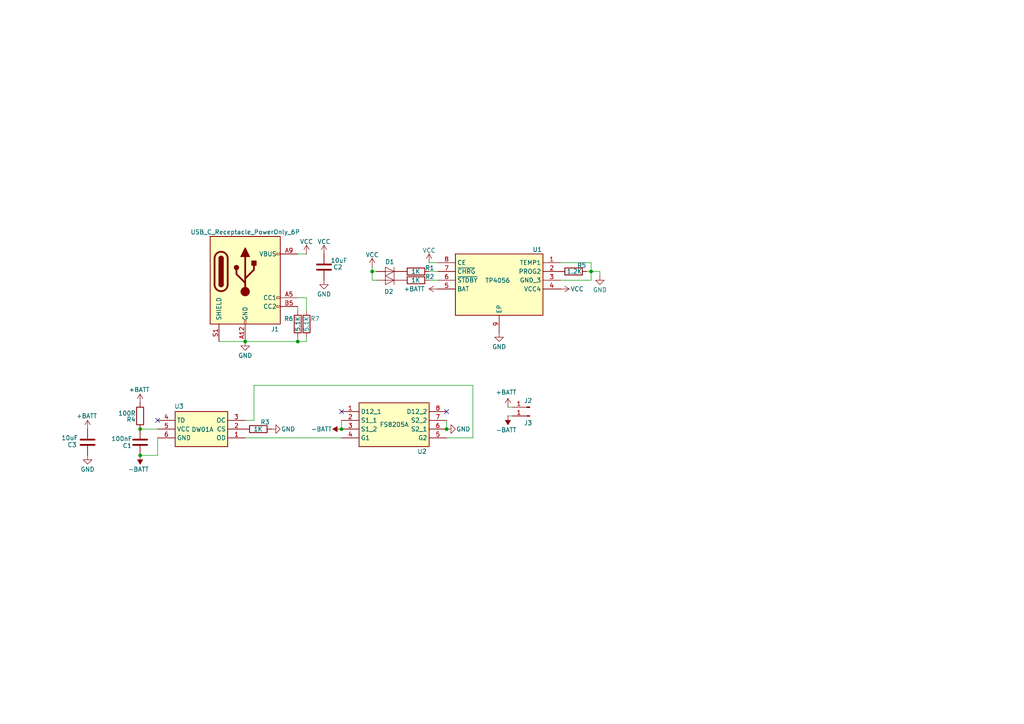
<source format=kicad_sch>
(kicad_sch (version 20231120) (generator "eeschema") (generator_version "8.0")
  (paper "A4")
  (lib_symbols
    (symbol "Connector:Conn_01x01_Pin" (pin_names (offset 1.016) hide)
      (property "Reference" "J" (at 0 2.54 0))
      (property "Value" "Conn_01x01_Pin" (at 0 -2.54 0))
      (symbol "Conn_01x01_Pin_1_1"
        (polyline (pts (xy 1.27 0) (xy 0.8636 0)) (stroke (width 0.1524)))
        (rectangle (start 0.8636 0.127) (end 0 -0.127) (stroke (width 0.1524)) (fill (type outline)))
        (pin passive line (at 5.08 0 180) (length 3.81) (name "Pin_1") (number "1"))
      )
    )
    (symbol "Connector:USB_C_Receptacle_PowerOnly_6P" (pin_names (offset 1.016))
      (property "Reference" "J" (at 0 16.51 0))
      (property "Value" "USB_C_Receptacle_PowerOnly_6P" (at 0 13.97 0))
      (symbol "USB_C_Receptacle_PowerOnly_6P_0_0"
        (rectangle (start -0.254 -12.7) (end 0.254 -11.684))
        (rectangle (start 10.16 -7.366) (end 9.144 -7.874))
        (rectangle (start 10.16 -4.826) (end 9.144 -5.334))
        (rectangle (start 10.16 7.874) (end 9.144 7.366))
      )
      (symbol "USB_C_Receptacle_PowerOnly_6P_0_1"
        (rectangle (start -10.16 12.7) (end 10.16 -12.7) (stroke (width 0.254)) (fill (type background)))
        (arc (start -8.89 -1.27) (mid -6.985 -3.1667) (end -5.08 -1.27) (stroke (width 0.508)))
        (arc (start -7.62 -1.27) (mid -6.985 -1.9023) (end -6.35 -1.27) (stroke (width 0.254)))
        (arc (start -7.62 -1.27) (mid -6.985 -1.9023) (end -6.35 -1.27) (stroke (width 0.254)) (fill (type outline)))
        (rectangle (start -7.62 -1.27) (end -6.35 6.35) (stroke (width 0.254)) (fill (type outline)))
        (arc (start -6.35 6.35) (mid -6.985 6.9823) (end -7.62 6.35) (stroke (width 0.254)))
        (arc (start -6.35 6.35) (mid -6.985 6.9823) (end -7.62 6.35) (stroke (width 0.254)) (fill (type outline)))
        (arc (start -5.08 6.35) (mid -6.985 8.2467) (end -8.89 6.35) (stroke (width 0.508)))
        (circle (center -2.54 3.683) (radius 0.635) (stroke (width 0.254)) (fill (type outline)))
        (circle (center 0 -3.302) (radius 1.27) (fill (type outline)))
        (polyline (pts (xy -8.89 -1.27) (xy -8.89 6.35)) (stroke (width 0.508)))
        (polyline (pts (xy -5.08 6.35) (xy -5.08 -1.27)) (stroke (width 0.508)))
        (polyline (pts (xy 0 -3.302) (xy 0 6.858)) (stroke (width 0.508)))
        (polyline (pts (xy 0 -0.762) (xy -2.54 1.778) (xy -2.54 3.048)) (stroke (width 0.508)))
        (polyline (pts (xy 0 0.508) (xy 2.54 3.048) (xy 2.54 4.318)) (stroke (width 0.508)))
        (polyline (pts (xy -1.27 6.858) (xy 0 9.398) (xy 1.27 6.858) (xy -1.27 6.858)) (stroke (width 0.254)) (fill (type outline)))
        (rectangle (start 1.905 4.318) (end 3.175 5.588) (stroke (width 0.254)) (fill (type outline)))
      )
      (symbol "USB_C_Receptacle_PowerOnly_6P_1_1"
        (pin passive line (at 0 -17.78 90) (length 5.08) (name "GND") (number "A12"))
        (pin bidirectional line (at 15.24 -5.08 180) (length 5.08) (name "CC1") (number "A5"))
        (pin passive line (at 15.24 7.62 180) (length 5.08) (name "VBUS") (number "A9"))
        (pin passive line (at 0 -17.78 90) (length 5.08) hide (name "GND") (number "B12"))
        (pin bidirectional line (at 15.24 -7.62 180) (length 5.08) (name "CC2") (number "B5"))
        (pin passive line (at 15.24 7.62 180) (length 5.08) hide (name "VBUS") (number "B9"))
        (pin passive line (at -7.62 -17.78 90) (length 5.08) (name "SHIELD") (number "S1"))
      )
    )
    (symbol "DW01A:DW01A-G"
      (property "Value" "DW01A-G" (at 0 0 0))
      (property "Reference_1" "IC" (at 21.59 7.62 0))
      (property "Value_1" "DW01A-G" (at 21.59 5.08 0))
      (symbol "DW01A-G_1_1"
        (rectangle (start 5.08 2.54) (end 20.32 -7.62) (stroke (width 0.254)) (fill (type background)))
        (pin passive line (at 0 0 0) (length 5.08) (name "OD") (number "1"))
        (pin passive line (at 0 -2.54 0) (length 5.08) (name "CS") (number "2"))
        (pin passive line (at 0 -5.08 0) (length 5.08) (name "OC") (number "3"))
        (pin passive line (at 25.4 -5.08 180) (length 5.08) (name "TD") (number "4"))
        (pin passive line (at 25.4 -2.54 180) (length 5.08) (name "VCC") (number "5"))
        (pin passive line (at 25.4 0 180) (length 5.08) (name "GND") (number "6"))
      )
    )
    (symbol "Device:C" (pin_numbers hide) (pin_names (offset 0.254))
      (property "Reference" "C" (at 0.635 2.54 0))
      (property "Value" "C" (at 0.635 -2.54 0))
      (symbol "C_0_1"
        (polyline (pts (xy -2.032 -0.762) (xy 2.032 -0.762)) (stroke (width 0.508)))
        (polyline (pts (xy -2.032 0.762) (xy 2.032 0.762)) (stroke (width 0.508)))
      )
      (symbol "C_1_1"
        (pin passive line (at 0 3.81 270) (length 2.794) (name "~") (number "1"))
        (pin passive line (at 0 -3.81 90) (length 2.794) (name "~") (number "2"))
      )
    )
    (symbol "Device:R" (pin_numbers hide) (pin_names (offset 0))
      (property "Reference" "R" (at 2.032 0 90))
      (property "Value" "R" (at 0 0 90))
      (symbol "R_0_1"
        (rectangle (start -1.016 -2.54) (end 1.016 2.54) (stroke (width 0.254)))
      )
      (symbol "R_1_1"
        (pin passive line (at 0 3.81 270) (length 1.27) (name "~") (number "1"))
        (pin passive line (at 0 -3.81 90) (length 1.27) (name "~") (number "2"))
      )
    )
    (symbol "FS8205A:FS8205A"
      (property "Value" "FS8205A" (at 0 0 0))
      (property "Reference_1" "Q" (at 26.67 7.62 0))
      (property "Value_1" "FS8205A" (at 26.67 5.08 0))
      (symbol "FS8205A_1_1"
        (rectangle (start 5.08 2.54) (end 25.4 -10.16) (stroke (width 0.254)) (fill (type background)))
        (pin passive line (at 0 0 0) (length 5.08) (name "D12_1") (number "1"))
        (pin passive line (at 0 -2.54 0) (length 5.08) (name "S1_1") (number "2"))
        (pin passive line (at 0 -5.08 0) (length 5.08) (name "S1_2") (number "3"))
        (pin passive line (at 0 -7.62 0) (length 5.08) (name "G1") (number "4"))
        (pin passive line (at 30.48 -7.62 180) (length 5.08) (name "G2") (number "5"))
        (pin passive line (at 30.48 -5.08 180) (length 5.08) (name "S2_1") (number "6"))
        (pin passive line (at 30.48 -2.54 180) (length 5.08) (name "S2_2") (number "7"))
        (pin passive line (at 30.48 0 180) (length 5.08) (name "D12_2") (number "8"))
      )
    )
    (symbol "Sensor_Optical:SFH2701" (pin_numbers hide) (pin_names (offset 1.016) hide)
      (property "Value" "SFH2701" (at -0.9271 5.842 0))
      (symbol "SFH2701_0_1"
        (polyline (pts (xy -2.54 2.54) (xy -2.54 0)) (stroke (width 0.1524)))
        (polyline (pts (xy 0 1.27) (xy -2.54 1.27)))
        (polyline (pts (xy 0 2.54) (xy 0 0)))
        (polyline (pts (xy 0 2.54) (xy -2.54 1.27) (xy 0 0)))
      )
      (symbol "SFH2701_1_1"
        (pin power_out line (at -5.08 1.27 0) (length 2.54) (name "K") (number "1"))
        (pin power_in line (at 2.54 1.27 180) (length 2.54) (name "A") (number "2"))
      )
    )
    (symbol "TP4056:TP4056"
      (property "Value" "TP4056" (at 0 0 0))
      (property "Reference_1" "J" (at 31.75 7.62 0))
      (property "Value_1" "TP4056" (at 31.75 5.08 0))
      (symbol "TP4056_1_1"
        (rectangle (start 5.08 2.54) (end 30.48 -15.24) (stroke (width 0.254)) (fill (type background)))
        (pin passive line (at 0 0 0) (length 5.08) (name "TEMP1") (number "1"))
        (pin passive line (at 0 -2.54 0) (length 5.08) (name "PROG2") (number "2"))
        (pin passive line (at 0 -5.08 0) (length 5.08) (name "GND_3") (number "3"))
        (pin passive line (at 0 -7.62 0) (length 5.08) (name "VCC4") (number "4"))
        (pin passive line (at 35.56 -7.62 180) (length 5.08) (name "BAT") (number "5"))
        (pin passive line (at 35.56 -5.08 180) (length 5.08) (name "~{STDBY}") (number "6"))
        (pin passive line (at 35.56 -2.54 180) (length 5.08) (name "~{CHRG}") (number "7"))
        (pin passive line (at 35.56 0 180) (length 5.08) (name "CE") (number "8"))
        (pin passive line (at 17.78 -20.32 90) (length 5.08) (name "EP") (number "9"))
      )
    )
    (symbol "VCC_1" (power) (pin_numbers hide) (pin_names (offset 0) hide)
      (property "Value" "VCC" (at 0 3.556 0))
      (symbol "VCC_1_0_1"
        (polyline (pts (xy -0.762 1.27) (xy 0 2.54)))
        (polyline (pts (xy 0 0) (xy 0 2.54)))
        (polyline (pts (xy 0 2.54) (xy 0.762 1.27)))
      )
      (symbol "VCC_1_1_1"
        (pin power_in line (at 0 0 90) (length 0) (name "~") (number "1"))
      )
    )
    (symbol "power:+BATT" (power) (pin_numbers hide) (pin_names (offset 0) hide)
      (property "Value" "+BATT" (at 0 3.556 0))
      (symbol "+BATT_0_1"
        (polyline (pts (xy -0.762 1.27) (xy 0 2.54)))
        (polyline (pts (xy 0 0) (xy 0 2.54)))
        (polyline (pts (xy 0 2.54) (xy 0.762 1.27)))
      )
      (symbol "+BATT_1_1"
        (pin power_in line (at 0 0 90) (length 0) (name "~") (number "1"))
      )
    )
    (symbol "power:-BATT" (power) (pin_numbers hide) (pin_names (offset 0) hide)
      (property "Value" "-BATT" (at 0 3.556 0))
      (symbol "-BATT_0_1"
        (polyline (pts (xy 0 0) (xy 0 2.54)))
        (polyline (pts (xy 0.762 1.27) (xy -0.762 1.27) (xy 0 2.54) (xy 0.762 1.27)) (fill (type outline)))
      )
      (symbol "-BATT_1_1"
        (pin power_in line (at 0 0 90) (length 0) (name "~") (number "1"))
      )
    )
    (symbol "power:GND" (power) (pin_numbers hide) (pin_names (offset 0) hide)
      (property "Value" "GND" (at 0 -3.81 0))
      (symbol "GND_0_1"
        (polyline (pts (xy 0 0) (xy 0 -1.27) (xy 1.27 -1.27) (xy 0 -2.54) (xy -1.27 -1.27) (xy 0 -1.27)))
      )
      (symbol "GND_1_1"
        (pin power_in line (at 0 0 270) (length 0) (name "~") (number "1"))
      )
    )
  )
  (junction (at 99.06 124.46))
  (junction (at 86.36 99.06))
  (junction (at 40.64 132.08))
  (junction (at 171.45 78.74))
  (junction (at 40.64 124.46))
  (junction (at 107.95 78.74))
  (junction (at 129.54 124.46))
  (junction (at 71.12 99.06))
  (no_connect (at 99.06 119.38))
  (no_connect (at 129.54 119.38))
  (no_connect (at 45.72 121.92))
  (wire (pts (xy 45.72 132.08) (xy 40.64 132.08)))
  (wire (pts (xy 137.16 127) (xy 129.54 127)))
  (wire (pts (xy 171.45 76.2) (xy 171.45 78.74)))
  (wire (pts (xy 73.66 111.76) (xy 137.16 111.76)))
  (wire (pts (xy 107.95 78.74) (xy 109.22 78.74)))
  (wire (pts (xy 88.9 99.06) (xy 86.36 99.06)))
  (wire (pts (xy 162.56 81.28) (xy 171.45 81.28)))
  (wire (pts (xy 86.36 73.66) (xy 88.9 73.66)))
  (wire (pts (xy 88.9 97.79) (xy 88.9 99.06)))
  (wire (pts (xy 107.95 78.74) (xy 107.95 81.28)))
  (wire (pts (xy 147.32 120.65) (xy 148.59 120.65)))
  (wire (pts (xy 107.95 77.47) (xy 107.95 78.74)))
  (wire (pts (xy 45.72 127) (xy 45.72 132.08)))
  (wire (pts (xy 147.32 118.11) (xy 148.59 118.11)))
  (wire (pts (xy 88.9 86.36) (xy 86.36 86.36)))
  (wire (pts (xy 124.46 76.2) (xy 127 76.2)))
  (wire (pts (xy 71.12 99.06) (xy 86.36 99.06)))
  (wire (pts (xy 88.9 90.17) (xy 88.9 86.36)))
  (wire (pts (xy 86.36 97.79) (xy 86.36 99.06)))
  (wire (pts (xy 124.46 81.28) (xy 127 81.28)))
  (wire (pts (xy 107.95 81.28) (xy 109.22 81.28)))
  (wire (pts (xy 173.99 78.74) (xy 171.45 78.74)))
  (wire (pts (xy 71.12 127) (xy 99.06 127)))
  (wire (pts (xy 171.45 78.74) (xy 170.18 78.74)))
  (wire (pts (xy 173.99 78.74) (xy 173.99 80.01)))
  (wire (pts (xy 73.66 121.92) (xy 73.66 111.76)))
  (wire (pts (xy 171.45 78.74) (xy 171.45 81.28)))
  (wire (pts (xy 45.72 124.46) (xy 40.64 124.46)))
  (wire (pts (xy 162.56 76.2) (xy 171.45 76.2)))
  (wire (pts (xy 86.36 90.17) (xy 86.36 88.9)))
  (wire (pts (xy 129.54 124.46) (xy 129.54 121.92)))
  (wire (pts (xy 137.16 111.76) (xy 137.16 127)))
  (wire (pts (xy 99.06 121.92) (xy 99.06 124.46)))
  (wire (pts (xy 124.46 78.74) (xy 127 78.74)))
  (wire (pts (xy 71.12 121.92) (xy 73.66 121.92)))
  (wire (pts (xy 63.5 99.06) (xy 71.12 99.06)))
  (symbol (lib_id "power:GND") (at 129.54 124.46 90) (unit 1)
    (property "Reference" "#PWR018" (effects (hide yes)))
    (property "Value" "GND" (at 134.366 124.46 90))
    (property "Description" "Power symbol creates a global label with name \"GND\" , ground" (effects (hide yes)))
  )
  (symbol (lib_id "Connector:Conn_01x01_Pin") (at 153.67 118.11 180) (unit 1)
    (property "Reference" "J2" (at 153.162 116.205 0))
    (property "Value" "Bat+" (effects (hide yes)))
  )
  (symbol (lib_id "Sensor_Optical:SFH2701") (at 111.76 77.47 180) (unit 1)
    (property "Reference" "D1" (at 113.03 75.946 0))
    (property "Value" "LED" (effects (hide yes)))
    (property "Footprint" "LED_SMD:LED_1206_3216Metric_Castellated" (effects (hide yes)))
    (property "Datasheet" "http://www.osram-os.com/Graphics/XPic6/00201111_0.pdf/SFH%202701.pdf" (effects (hide yes)))
  )
  (symbol (lib_id "Device:R") (at 74.93 124.46 90) (mirror x) (unit 1)
    (property "Reference" "R3" (at 78.232 122.428 90) (effects (justify left)))
    (property "Value" "1K" (at 76.2 124.46 90) (effects (justify left)))
  )
  (symbol (lib_id "Device:R") (at 120.65 81.28 90) (unit 1)
    (property "Reference" "R2" (at 125.984 80.264 90) (effects (justify left)))
    (property "Value" "1K" (at 121.92 81.28 90) (effects (justify left)))
  )
  (symbol (lib_id "power:+BATT") (at 147.32 118.11 0) (unit 1)
    (property "Reference" "#PWR015" (effects (hide yes)))
    (property "Value" "+BATT" (at 146.812 113.792 0))
    (property "Description" "Power symbol creates a global label with name \"+BATT\"" (effects (hide yes)))
  )
  (symbol (lib_name "VCC_1") (lib_id "power:VCC") (at 107.95 77.47 0) (unit 1)
    (property "Reference" "#PWR06" (effects (hide yes)))
    (property "Value" "VCC" (at 107.95 73.914 0))
    (property "Description" "Power symbol creates a global label with name \"VCC\"" (effects (hide yes)))
  )
  (symbol (lib_id "FS8205A:FS8205A") (at 99.06 119.38 0) (unit 1)
    (property "Reference" "U2" (at 122.428 130.937 0))
    (property "Value" "FS8205A" (at 114.3508 123.1392 0))
    (property "Reference_1" "Q" (effects (hide yes)))
    (property "Value_1" "FS8205A" (effects (hide yes)))
    (property "Footprint_1" "SOP65P640X120-8N" (effects (hide yes)))
    (property "Datasheet_1" "http://www.ic-fortune.com/upload/Download/FS8205A-DS-12_EN.pdf" (effects (hide yes)))
    (property "Height" "1.2" (effects (hide yes)))
    (property "Manufacturer_Name" "Fortune Semiconductor Corporation" (effects (hide yes)))
    (property "Manufacturer_Part_Number" "FS8205A" (effects (hide yes)))
  )
  (symbol (lib_id "power:GND") (at 71.12 99.06 0) (unit 1)
    (property "Reference" "#PWR02" (effects (hide yes)))
    (property "Value" "GND" (at 71.12 103.124 0))
    (property "Description" "Power symbol creates a global label with name \"GND\" , ground" (effects (hide yes)))
  )
  (symbol (lib_id "Sensor_Optical:SFH2701") (at 111.76 80.01 180) (unit 1)
    (property "Reference" "D2" (at 112.776 84.582 0))
    (property "Value" "LED" (effects (hide yes)))
    (property "Footprint" "LED_SMD:LED_1206_3216Metric_Castellated" (effects (hide yes)))
    (property "Datasheet" "http://www.osram-os.com/Graphics/XPic6/00201111_0.pdf/SFH%202701.pdf" (effects (hide yes)))
  )
  (symbol (lib_name "VCC_1") (lib_id "power:VCC") (at 162.56 83.82 270) (unit 1)
    (property "Reference" "#PWR07" (effects (hide yes)))
    (property "Value" "VCC" (at 167.386 83.82 90))
    (property "Description" "Power symbol creates a global label with name \"VCC\"" (effects (hide yes)))
  )
  (symbol (lib_id "Device:R") (at 40.64 120.65 0) (mirror y) (unit 1)
    (property "Reference" "R4" (at 39.37 121.666 0) (effects (justify left)))
    (property "Value" "100R" (at 39.37 119.888 0) (effects (justify left)))
  )
  (symbol (lib_id "power:GND") (at 173.99 80.01 0) (unit 1)
    (property "Reference" "#PWR08" (effects (hide yes)))
    (property "Value" "GND" (at 173.99 84.074 0))
    (property "Description" "Power symbol creates a global label with name \"GND\" , ground" (effects (hide yes)))
  )
  (symbol (lib_id "power:GND") (at 25.4 132.08 0) (mirror y) (unit 1)
    (property "Reference" "#PWR03" (effects (hide yes)))
    (property "Value" "GND" (at 25.4 136.144 0))
    (property "Description" "Power symbol creates a global label with name \"GND\" , ground" (effects (hide yes)))
  )
  (symbol (lib_id "Device:R") (at 86.36 93.98 180) (unit 1)
    (property "Reference" "R6" (at 85.09 92.456 0) (effects (justify left)))
    (property "Value" "5.1K" (at 86.36 91.694 90) (effects (justify left)))
  )
  (symbol (lib_id "power:+BATT") (at 25.4 124.46 0) (mirror y) (unit 1)
    (property "Reference" "#PWR014" (effects (hide yes)))
    (property "Value" "+BATT" (at 25.146 120.65 0))
    (property "Description" "Power symbol creates a global label with name \"+BATT\"" (effects (hide yes)))
  )
  (symbol (lib_id "Connector:USB_C_Receptacle_PowerOnly_6P") (at 71.12 81.28 0) (unit 1)
    (property "Reference" "J1" (at 79.756 95.504 0))
    (property "Value" "USB_C_Receptacle_PowerOnly_6P" (at 71.12 67.31 0))
    (property "Footprint" "Connector_USB:USB_C_Receptacle_GCT_USB4135-GF-A_6P_TopMnt_Horizontal" (effects (hide yes)))
    (property "Datasheet" "https://www.usb.org/sites/default/files/documents/usb_type-c.zip" (effects (hide yes)))
  )
  (symbol (lib_id "power:-BATT") (at 99.06 124.46 90) (unit 1)
    (property "Reference" "#PWR010" (effects (hide yes)))
    (property "Value" "-BATT" (at 93.218 124.46 90))
    (property "Description" "Power symbol creates a global label with name \"-BATT\"" (effects (hide yes)))
  )
  (symbol (lib_name "VCC_1") (lib_id "power:VCC") (at 88.9 73.66 0) (unit 1)
    (property "Reference" "#PWR09" (effects (hide yes)))
    (property "Value" "VCC" (at 88.9 70.104 0))
    (property "Description" "Power symbol creates a global label with name \"VCC\"" (effects (hide yes)))
  )
  (symbol (lib_id "TP4056:TP4056") (at 162.56 76.2 0) (mirror y) (unit 1)
    (property "Reference" "U1" (at 155.829 72.39 0))
    (property "Value" "TP4056" (at 144.3482 81.3562 0))
    (property "Reference_1" "J" (effects (hide yes)))
    (property "Value_1" "TP4056" (effects (hide yes)))
    (property "Footprint_1" "SOIC127P600X175-9N" (effects (hide yes)))
    (property "Datasheet_1" "https://dlnmh9ip6v2uc.cloudfront.net/datasheets/Prototyping/TP4056.pdf" (effects (hide yes)))
    (property "Height" "1.75" (effects (hide yes)))
    (property "Manufacturer_Name" "NanJing Top Power" (effects (hide yes)))
    (property "Manufacturer_Part_Number" "TP4056" (effects (hide yes)))
  )
  (symbol (lib_name "VCC_1") (lib_id "power:VCC") (at 124.46 76.2 0) (unit 1)
    (property "Reference" "#PWR04" (effects (hide yes)))
    (property "Value" "VCC" (at 124.46 72.644 0))
    (property "Description" "Power symbol creates a global label with name \"VCC\"" (effects (hide yes)))
  )
  (symbol (lib_id "Device:C") (at 25.4 128.27 0) (unit 1)
    (property "Reference" "C3" (at 19.558 129.032 0) (effects (justify left)))
    (property "Value" "10uF" (at 17.78 127 0) (effects (justify left)))
  )
  (symbol (lib_id "power:GND") (at 144.78 96.52 0) (unit 1)
    (property "Reference" "#PWR05" (effects (hide yes)))
    (property "Value" "GND" (at 144.78 100.584 0))
    (property "Description" "Power symbol creates a global label with name \"GND\" , ground" (effects (hide yes)))
  )
  (symbol (lib_id "power:GND") (at 78.74 124.46 90) (unit 1)
    (property "Reference" "#PWR019" (effects (hide yes)))
    (property "Value" "GND" (at 83.566 124.46 90))
    (property "Description" "Power symbol creates a global label with name \"GND\" , ground" (effects (hide yes)))
  )
  (symbol (lib_id "Connector:Conn_01x01_Pin") (at 153.67 120.65 180) (unit 1)
    (property "Reference" "J3" (at 153.162 122.682 0))
    (property "Value" "Bat-" (effects (hide yes)))
  )
  (symbol (lib_id "DW01A:DW01A-G") (at 71.12 127 180) (unit 1)
    (property "Reference" "U3" (at 51.943 117.856 0))
    (property "Value" "DW01A" (at 58.7502 124.587 0))
    (property "Reference_1" "IC" (effects (hide yes)))
    (property "Value_1" "DW01A-G" (effects (hide yes)))
    (property "Footprint_1" "SOT95P280X135-6N" (effects (hide yes)))
    (property "Datasheet_1" "http://acoptex.com/uploads/DW01A.pdf" (effects (hide yes)))
    (property "Height" "1.35" (effects (hide yes)))
    (property "Manufacturer_Name" "Fortune Semiconductor Corporation" (effects (hide yes)))
    (property "Manufacturer_Part_Number" "DW01A-G" (effects (hide yes)))
  )
  (symbol (lib_id "power:-BATT") (at 147.32 120.65 180) (unit 1)
    (property "Reference" "#PWR016" (effects (hide yes)))
    (property "Value" "-BATT" (at 146.812 124.714 0))
    (property "Description" "Power symbol creates a global label with name \"-BATT\"" (effects (hide yes)))
  )
  (symbol (lib_name "VCC_1") (lib_id "power:VCC") (at 93.98 73.66 0) (unit 1)
    (property "Reference" "#PWR013" (effects (hide yes)))
    (property "Value" "VCC" (at 93.98 70.104 0))
    (property "Description" "Power symbol creates a global label with name \"VCC\"" (effects (hide yes)))
  )
  (symbol (lib_id "power:-BATT") (at 40.64 132.08 180) (unit 1)
    (property "Reference" "#PWR01" (effects (hide yes)))
    (property "Value" "-BATT" (at 40.132 136.144 0))
    (property "Description" "Power symbol creates a global label with name \"-BATT\"" (effects (hide yes)))
  )
  (symbol (lib_id "Device:C") (at 40.64 128.27 0) (mirror x) (unit 1)
    (property "Reference" "C1" (at 35.56 129.286 0) (effects (justify left)))
    (property "Value" "100nF" (at 32.258 127.254 0) (effects (justify left)))
  )
  (symbol (lib_id "Device:C") (at 93.98 77.47 0) (mirror x) (unit 1)
    (property "Reference" "C2" (at 96.647 77.47 0) (effects (justify left)))
    (property "Value" "10uF" (at 95.885 75.565 0) (effects (justify left)))
  )
  (symbol (lib_id "power:GND") (at 93.98 81.28 0) (unit 1)
    (property "Reference" "#PWR012" (effects (hide yes)))
    (property "Value" "GND" (at 93.98 85.344 0))
    (property "Description" "Power symbol creates a global label with name \"GND\" , ground" (effects (hide yes)))
  )
  (symbol (lib_id "power:+BATT") (at 127 83.82 90) (unit 1)
    (property "Reference" "#PWR017" (effects (hide yes)))
    (property "Value" "+BATT" (at 123.19 83.8199 90) (effects (justify left)))
    (property "Description" "Power symbol creates a global label with name \"+BATT\"" (effects (hide yes)))
  )
  (symbol (lib_id "power:+BATT") (at 40.64 116.84 0) (unit 1)
    (property "Reference" "#PWR011" (effects (hide yes)))
    (property "Value" "+BATT" (at 40.386 113.03 0))
    (property "Description" "Power symbol creates a global label with name \"+BATT\"" (effects (hide yes)))
  )
  (symbol (lib_id "Device:R") (at 166.37 78.74 270) (unit 1)
    (property "Reference" "R5" (at 167.386 76.962 90) (effects (justify left)))
    (property "Value" "1.2K" (at 164.338 78.74 90) (effects (justify left)))
  )
  (symbol (lib_id "Device:R") (at 88.9 93.98 180) (unit 1)
    (property "Reference" "R7" (at 92.71 92.456 0) (effects (justify left)))
    (property "Value" "5.1K" (at 88.9 91.694 90) (effects (justify left)))
  )
  (symbol (lib_id "Device:R") (at 120.65 78.74 90) (unit 1)
    (property "Reference" "R1" (at 125.984 77.724 90) (effects (justify left)))
    (property "Value" "1K" (at 121.92 78.74 90) (effects (justify left)))
  )
)
</source>
